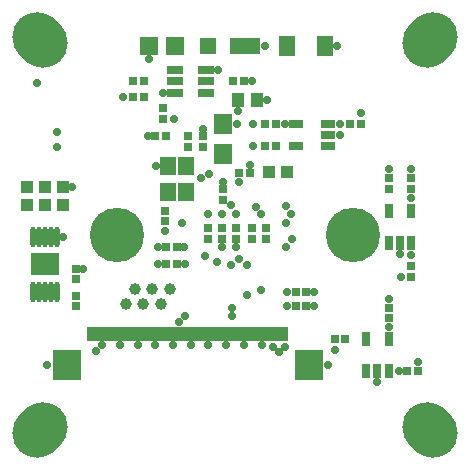
<source format=gbs>
%FSLAX44Y44*%
%MOMM*%
G71*
G01*
G75*
G04 Layer_Color=16711935*
%ADD10R,0.4000X1.0000*%
%ADD11R,1.0000X0.4000*%
%ADD12R,0.7250X2.3500*%
%ADD13R,3.0000X2.1000*%
%ADD14R,1.6000X0.8000*%
%ADD15C,0.2000*%
%ADD16C,0.2540*%
%ADD17C,0.4000*%
%ADD18C,0.3000*%
%ADD19R,1.1000X0.4000*%
%ADD20R,1.9250X2.3500*%
%ADD21C,4.0000*%
G04:AMPARAMS|DCode=22|XSize=4.7mm|YSize=4mm|CornerRadius=2mm|HoleSize=0mm|Usage=FLASHONLY|Rotation=45.000|XOffset=0mm|YOffset=0mm|HoleType=Round|Shape=RoundedRectangle|*
%AMROUNDEDRECTD22*
21,1,4.7000,0.0000,0,0,45.0*
21,1,0.7000,4.0000,0,0,45.0*
1,1,4.0000,0.2475,0.2475*
1,1,4.0000,-0.2475,-0.2475*
1,1,4.0000,-0.2475,-0.2475*
1,1,4.0000,0.2475,0.2475*
%
%ADD22ROUNDEDRECTD22*%
G04:AMPARAMS|DCode=23|XSize=4.7mm|YSize=4mm|CornerRadius=2mm|HoleSize=0mm|Usage=FLASHONLY|Rotation=-45.000|XOffset=0mm|YOffset=0mm|HoleType=Round|Shape=RoundedRectangle|*
%AMROUNDEDRECTD23*
21,1,4.7000,0.0000,0,0,-45.0*
21,1,0.7000,4.0000,0,0,-45.0*
1,1,4.0000,0.2475,-0.2475*
1,1,4.0000,-0.2475,0.2475*
1,1,4.0000,-0.2475,0.2475*
1,1,4.0000,0.2475,-0.2475*
%
%ADD23ROUNDEDRECTD23*%
%ADD24C,0.5000*%
%ADD25C,0.5000*%
%ADD26C,3.6000*%
%ADD27R,0.5000X0.6000*%
%ADD28R,0.6000X0.5000*%
%ADD29R,1.1000X0.5000*%
%ADD30R,2.1844X2.4130*%
%ADD31R,0.3000X1.1000*%
%ADD32R,1.2700X0.5080*%
%ADD33R,2.4000X1.2500*%
%ADD34R,1.2000X1.2500*%
%ADD35R,0.5000X1.1000*%
%ADD36R,0.8890X1.0160*%
%ADD37C,0.8000*%
%ADD38R,0.8128X0.8128*%
%ADD39R,1.2000X1.4000*%
%ADD40R,1.2000X1.6000*%
%ADD41R,1.2954X1.6002*%
%ADD42R,1.3970X1.3970*%
%ADD43R,0.8128X0.8128*%
%ADD44O,0.3000X1.5000*%
%ADD45R,2.1800X1.7200*%
%ADD46C,4.4000*%
%ADD47C,0.1270*%
%ADD48C,1.4000*%
%ADD49C,0.1200*%
%ADD50C,0.1000*%
%ADD51R,3.2000X3.2000*%
%ADD52R,1.0750X0.6000*%
%ADD53R,1.4000X2.5500*%
%ADD54R,0.6040X1.2040*%
%ADD55R,1.2040X0.6040*%
%ADD56R,0.9290X2.5540*%
%ADD57R,3.2040X2.3040*%
%ADD58R,1.8040X1.0040*%
%ADD59C,4.2040*%
G04:AMPARAMS|DCode=60|XSize=4.904mm|YSize=4.204mm|CornerRadius=2.102mm|HoleSize=0mm|Usage=FLASHONLY|Rotation=45.000|XOffset=0mm|YOffset=0mm|HoleType=Round|Shape=RoundedRectangle|*
%AMROUNDEDRECTD60*
21,1,4.9040,0.0000,0,0,45.0*
21,1,0.7000,4.2040,0,0,45.0*
1,1,4.2040,0.2475,0.2475*
1,1,4.2040,-0.2475,-0.2475*
1,1,4.2040,-0.2475,-0.2475*
1,1,4.2040,0.2475,0.2475*
%
%ADD60ROUNDEDRECTD60*%
G04:AMPARAMS|DCode=61|XSize=4.904mm|YSize=4.204mm|CornerRadius=2.102mm|HoleSize=0mm|Usage=FLASHONLY|Rotation=-45.000|XOffset=0mm|YOffset=0mm|HoleType=Round|Shape=RoundedRectangle|*
%AMROUNDEDRECTD61*
21,1,4.9040,0.0000,0,0,-45.0*
21,1,0.7000,4.2040,0,0,-45.0*
1,1,4.2040,0.2475,-0.2475*
1,1,4.2040,-0.2475,0.2475*
1,1,4.2040,-0.2475,0.2475*
1,1,4.2040,0.2475,-0.2475*
%
%ADD61ROUNDEDRECTD61*%
%ADD62C,0.7040*%
%ADD63R,0.7040X0.8040*%
%ADD64R,0.8040X0.7040*%
%ADD65R,1.3040X0.7040*%
%ADD66R,2.3884X2.6170*%
%ADD67R,0.5040X1.3040*%
%ADD68R,1.4740X0.7120*%
%ADD69R,2.6040X1.4540*%
%ADD70R,1.4040X1.4540*%
%ADD71R,0.7040X1.3040*%
%ADD72R,1.0930X1.2200*%
%ADD73C,1.0040*%
%ADD74R,1.0168X1.0168*%
%ADD75R,1.4040X1.6040*%
%ADD76R,1.4040X1.8040*%
%ADD77R,1.4994X1.8042*%
%ADD78R,1.6010X1.6010*%
%ADD79R,1.0168X1.0168*%
%ADD80O,0.5040X1.7040*%
%ADD81R,2.3840X1.9240*%
%ADD82C,4.6040*%
D60*
X165000Y165000D02*
D03*
X-165000Y-165000D02*
D03*
D61*
X165000D02*
D03*
X-165000Y165000D02*
D03*
D62*
X106500Y103000D02*
D03*
X67000Y-60000D02*
D03*
X-47497Y-74000D02*
D03*
X67000Y-48000D02*
D03*
X-42497Y-69000D02*
D03*
X44000Y-60000D02*
D03*
Y-48000D02*
D03*
X21701Y-46230D02*
D03*
X10000Y-51000D02*
D03*
X1000Y-10000D02*
D03*
X48500Y-3500D02*
D03*
X-23000Y17500D02*
D03*
X-65500Y-24500D02*
D03*
X-58895Y3500D02*
D03*
X-74000Y84000D02*
D03*
X-72795Y149205D02*
D03*
X37500Y-99500D02*
D03*
X42503Y-94497D02*
D03*
X32503Y-94503D02*
D03*
X86000Y160000D02*
D03*
X-14500Y139500D02*
D03*
X14000Y130000D02*
D03*
X27000Y114000D02*
D03*
X2619Y105000D02*
D03*
X-51500Y98500D02*
D03*
X25000Y160000D02*
D03*
X-167750Y128750D02*
D03*
X130000Y-78000D02*
D03*
X149000Y-17000D02*
D03*
X43500Y24500D02*
D03*
X149000Y31500D02*
D03*
X-95000Y117000D02*
D03*
X-117497Y-98503D02*
D03*
X-61000Y120500D02*
D03*
X-150750Y74750D02*
D03*
Y87000D02*
D03*
X-146000Y-2000D02*
D03*
X-128498Y-28500D02*
D03*
X1700Y93700D02*
D03*
X-27000Y90000D02*
D03*
X-22000Y52000D02*
D03*
X-65500Y-10500D02*
D03*
X47069Y17500D02*
D03*
X43500Y10500D02*
D03*
X42000Y94000D02*
D03*
X-158938Y-109938D02*
D03*
X78938Y-109938D02*
D03*
X139500Y-16000D02*
D03*
X88500Y84500D02*
D03*
X120500Y-124500D02*
D03*
X-15000Y-23000D02*
D03*
X-11000Y-10000D02*
D03*
X-112497Y-93497D02*
D03*
X-97497D02*
D03*
X-82497D02*
D03*
X-67497D02*
D03*
X-52497D02*
D03*
X-37497D02*
D03*
X-22497D02*
D03*
X3500Y-20500D02*
D03*
X-3500Y-25500D02*
D03*
X-7497Y-93497D02*
D03*
X-2497Y-69000D02*
D03*
Y-62000D02*
D03*
X7503Y-93497D02*
D03*
X22503D02*
D03*
X22000Y17500D02*
D03*
X17500Y23500D02*
D03*
X-137620Y40620D02*
D03*
X15500Y94000D02*
D03*
Y75000D02*
D03*
X154500Y-107500D02*
D03*
X130000Y55500D02*
D03*
X149000D02*
D03*
X130000Y-54000D02*
D03*
X140420Y-35500D02*
D03*
X84500Y-97000D02*
D03*
X-25500Y-17500D02*
D03*
X-42500Y-24500D02*
D03*
X10500Y-25500D02*
D03*
X43500Y-10500D02*
D03*
X12500Y59500D02*
D03*
X-67000Y58000D02*
D03*
X-44500Y10500D02*
D03*
X-28858Y48517D02*
D03*
X3500Y45000D02*
D03*
X-3500Y25500D02*
D03*
X-10500Y45000D02*
D03*
X1000Y17500D02*
D03*
X-11000D02*
D03*
X-42888Y-10500D02*
D03*
X139000Y-115000D02*
D03*
X88500Y94000D02*
D03*
D63*
X60500Y-60000D02*
D03*
X51500D02*
D03*
Y-48000D02*
D03*
X60500D02*
D03*
X-67500Y84000D02*
D03*
X-58500D02*
D03*
X154500Y-115000D02*
D03*
X145500D02*
D03*
X84500Y-88000D02*
D03*
X93500D02*
D03*
X106500Y94000D02*
D03*
X97500D02*
D03*
X25500Y75000D02*
D03*
X34500D02*
D03*
X25500Y94000D02*
D03*
X34500D02*
D03*
X-77500Y117000D02*
D03*
X-86500D02*
D03*
X-77500Y130000D02*
D03*
X-86500D02*
D03*
X-58500Y-24500D02*
D03*
X-49500D02*
D03*
X-58500Y-10500D02*
D03*
X-49500D02*
D03*
X-1500Y130000D02*
D03*
X7500D02*
D03*
X3500Y52500D02*
D03*
X12500D02*
D03*
D64*
X-58895Y11500D02*
D03*
Y20500D02*
D03*
X-10500Y29750D02*
D03*
Y38750D02*
D03*
X130000Y-61500D02*
D03*
Y-70500D02*
D03*
X149000Y48000D02*
D03*
Y39000D02*
D03*
X130000Y48000D02*
D03*
Y39000D02*
D03*
X148920Y-35500D02*
D03*
Y-26500D02*
D03*
X-135000Y-37500D02*
D03*
Y-28500D02*
D03*
Y-60500D02*
D03*
Y-51500D02*
D03*
X26000Y-3500D02*
D03*
Y5500D02*
D03*
X14000D02*
D03*
Y-3500D02*
D03*
X-40000Y74500D02*
D03*
Y83500D02*
D03*
X-11000Y-3500D02*
D03*
Y5500D02*
D03*
X-23000Y-3500D02*
D03*
Y5500D02*
D03*
X-27000Y83500D02*
D03*
Y74500D02*
D03*
X-61000Y107500D02*
D03*
Y98500D02*
D03*
X1000Y-3500D02*
D03*
Y5500D02*
D03*
D65*
X52000Y94000D02*
D03*
Y75000D02*
D03*
X79000D02*
D03*
Y84500D02*
D03*
Y94000D02*
D03*
D66*
X-142440Y-109938D02*
D03*
X62440Y-109938D02*
D03*
D67*
X-122497Y-83502D02*
D03*
X-117497D02*
D03*
X-112497D02*
D03*
X-107497D02*
D03*
X-102497D02*
D03*
X-97497D02*
D03*
X-92497D02*
D03*
X-87497D02*
D03*
X-82497D02*
D03*
X-77497D02*
D03*
X-72497D02*
D03*
X-67497D02*
D03*
X-62497D02*
D03*
X-57497D02*
D03*
X-52497D02*
D03*
X-47497D02*
D03*
X-42497D02*
D03*
X-37497D02*
D03*
X-32497D02*
D03*
X-27497D02*
D03*
X-22497D02*
D03*
X-17497D02*
D03*
X-12497D02*
D03*
X-7497D02*
D03*
X-2497D02*
D03*
X2503D02*
D03*
X7503D02*
D03*
X12503D02*
D03*
X17503D02*
D03*
X22503D02*
D03*
X27503D02*
D03*
X32503D02*
D03*
X37503D02*
D03*
X42503D02*
D03*
D68*
X-25000Y120500D02*
D03*
Y130000D02*
D03*
Y139500D02*
D03*
X-51000D02*
D03*
Y130000D02*
D03*
Y120500D02*
D03*
D69*
X8250Y160000D02*
D03*
D70*
X-22500D02*
D03*
D71*
X130000Y-88000D02*
D03*
X111000D02*
D03*
Y-115000D02*
D03*
X120500D02*
D03*
X130000D02*
D03*
X149000Y20500D02*
D03*
X130000D02*
D03*
Y-6500D02*
D03*
X139500D02*
D03*
X149000D02*
D03*
D72*
X2619Y114000D02*
D03*
X18621D02*
D03*
D73*
X-92497Y-58497D02*
D03*
X-62497D02*
D03*
X-55000Y-46000D02*
D03*
X-85000D02*
D03*
X-77763Y-58497D02*
D03*
X-70265Y-46000D02*
D03*
D74*
X-146000Y40620D02*
D03*
Y25380D02*
D03*
X-176000Y40620D02*
D03*
Y25380D02*
D03*
X-161000Y40620D02*
D03*
Y25380D02*
D03*
D75*
X-41500Y58000D02*
D03*
Y36000D02*
D03*
X-56500D02*
D03*
Y58000D02*
D03*
D76*
X44000Y160000D02*
D03*
X76000D02*
D03*
D77*
X-10000Y93700D02*
D03*
Y68300D02*
D03*
D78*
X-51205Y160000D02*
D03*
X-72795D02*
D03*
D79*
X28380Y53000D02*
D03*
X43620D02*
D03*
D80*
X-171000Y-2000D02*
D03*
X-166000D02*
D03*
X-161000D02*
D03*
X-156000D02*
D03*
X-151000D02*
D03*
Y-48000D02*
D03*
X-156000D02*
D03*
X-161000D02*
D03*
X-166000D02*
D03*
X-171000D02*
D03*
D81*
X-161000Y-25000D02*
D03*
D82*
X-100000Y0D02*
D03*
X100000D02*
D03*
M02*

</source>
